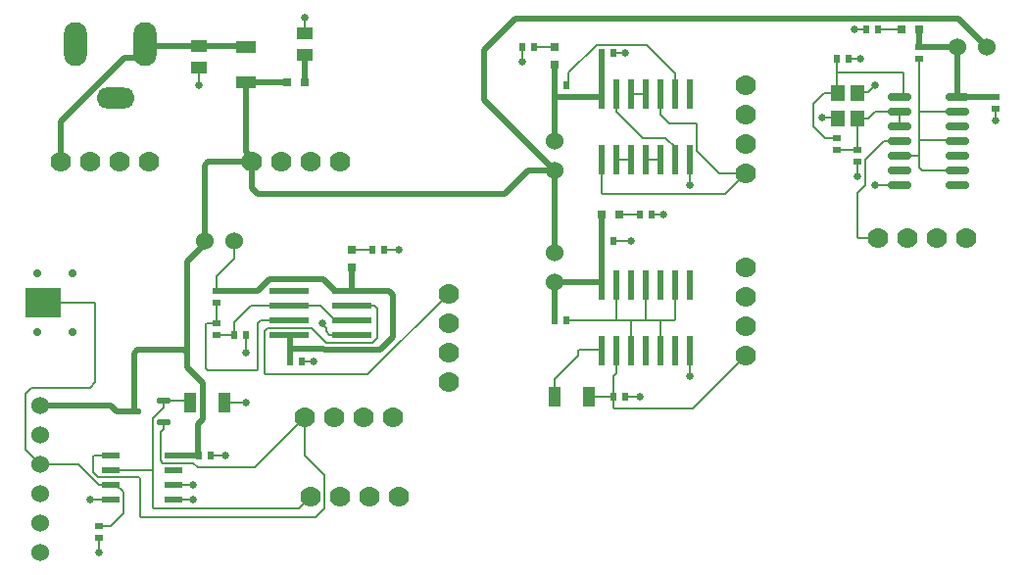
<source format=gtl>
G04*
G04 #@! TF.GenerationSoftware,Altium Limited,Altium Designer,23.1.1 (15)*
G04*
G04 Layer_Physical_Order=1*
G04 Layer_Color=255*
%FSLAX44Y44*%
%MOMM*%
G71*
G04*
G04 #@! TF.SameCoordinates,1FA4A5A5-67A0-4D6D-842F-5CAA9539815A*
G04*
G04*
G04 #@! TF.FilePolarity,Positive*
G04*
G01*
G75*
%ADD14C,0.5080*%
%ADD18C,0.1524*%
%ADD24R,0.6000X0.7000*%
%ADD25R,0.8000X0.8000*%
%ADD26R,0.8000X0.8000*%
%ADD27R,0.7000X0.6000*%
%ADD28R,1.1999X1.3998*%
G04:AMPARAMS|DCode=29|XSize=1.97mm|YSize=0.6mm|CornerRadius=0.15mm|HoleSize=0mm|Usage=FLASHONLY|Rotation=0.000|XOffset=0mm|YOffset=0mm|HoleType=Round|Shape=RoundedRectangle|*
%AMROUNDEDRECTD29*
21,1,1.9700,0.3000,0,0,0.0*
21,1,1.6700,0.6000,0,0,0.0*
1,1,0.3000,0.8350,-0.1500*
1,1,0.3000,-0.8350,-0.1500*
1,1,0.3000,-0.8350,0.1500*
1,1,0.3000,0.8350,0.1500*
%
%ADD29ROUNDEDRECTD29*%
%ADD30R,1.1176X1.8034*%
%ADD31R,1.5500X0.6000*%
G04:AMPARAMS|DCode=32|XSize=1.21mm|YSize=0.59mm|CornerRadius=0.1475mm|HoleSize=0mm|Usage=FLASHONLY|Rotation=180.000|XOffset=0mm|YOffset=0mm|HoleType=Round|Shape=RoundedRectangle|*
%AMROUNDEDRECTD32*
21,1,1.2100,0.2950,0,0,180.0*
21,1,0.9150,0.5900,0,0,180.0*
1,1,0.2950,-0.4575,0.1475*
1,1,0.2950,0.4575,0.1475*
1,1,0.2950,0.4575,-0.1475*
1,1,0.2950,-0.4575,-0.1475*
%
%ADD32ROUNDEDRECTD32*%
%ADD33R,1.4500X1.0000*%
%ADD34R,0.6000X2.6500*%
%ADD35R,3.0480X2.5400*%
%ADD36R,1.8034X1.1176*%
%ADD37R,3.4000X0.6000*%
%ADD55C,1.7780*%
%ADD56C,1.5240*%
%ADD57O,3.3000X1.8000*%
%ADD58O,2.0000X3.8000*%
%ADD59C,0.6350*%
%ADD60C,0.7112*%
D14*
X430720Y478980D02*
X813880D01*
X403860Y408940D02*
Y452120D01*
X430720Y478980D01*
X403860Y408940D02*
X464820Y347980D01*
X779720Y454640D02*
X779780Y454580D01*
X779720Y454640D02*
Y469840D01*
X779660Y469900D02*
X779720Y469840D01*
X441960Y347980D02*
X464820D01*
X813880Y478980D02*
X838200Y454660D01*
X505520Y309820D02*
X505580Y309880D01*
X505460Y287020D02*
X505520Y287080D01*
Y309820D01*
X208280Y327660D02*
X421640D01*
X441960Y347980D01*
X203200Y332740D02*
Y355600D01*
Y332740D02*
X208280Y327660D01*
X464860Y421680D02*
Y439620D01*
X464820Y439660D02*
X464860Y439620D01*
Y421680D02*
X464900Y421640D01*
X289560Y243840D02*
Y264280D01*
X314315Y193421D02*
X325120Y204226D01*
X265677Y193421D02*
X314315D01*
X325120Y204226D02*
Y240864D01*
X101750Y189914D02*
X104726Y192890D01*
X144930D02*
X147320Y190500D01*
X101750Y139700D02*
Y189914D01*
X104726Y192890D02*
X144930D01*
X86360Y139700D02*
X101750D01*
X81280Y144780D02*
X86360Y139700D01*
X20320Y144780D02*
X81280D01*
X161036Y133096D02*
Y164084D01*
X812880Y411400D02*
X845740D01*
X845820Y411320D01*
X812800Y411480D02*
X812880Y411400D01*
X812800Y411480D02*
Y454660D01*
X779780Y454580D02*
X779820Y454620D01*
X812760D02*
X812800Y454660D01*
X779820Y454620D02*
X812760D01*
X505460Y251000D02*
Y287020D01*
Y248920D02*
Y251000D01*
X505000Y251460D02*
X505460Y251000D01*
X464820Y251460D02*
X505000D01*
X464860Y218480D02*
Y251420D01*
X464820Y251460D02*
X464860Y251420D01*
Y218480D02*
X464900Y218440D01*
X464860Y411480D02*
Y421600D01*
Y373420D02*
Y411480D01*
X505500Y411980D02*
Y449540D01*
X505000Y411480D02*
X505500Y411980D01*
X464860Y411480D02*
X505000D01*
X464820Y276860D02*
Y347980D01*
Y373380D02*
X464860Y373420D01*
Y421600D02*
X464900Y421640D01*
X505500Y449540D02*
X505540Y449580D01*
X198120Y364117D02*
Y424434D01*
X203200Y355600D02*
Y359037D01*
X198120Y364117D02*
X203200Y359037D01*
X147320Y190500D02*
Y269031D01*
Y177800D02*
Y190500D01*
X156500Y103160D02*
Y128560D01*
X161036Y133096D01*
X135280Y101600D02*
X157560D01*
X147320Y269031D02*
X162560Y284271D01*
X147320Y177800D02*
X161036Y164084D01*
X162560Y284271D02*
Y352624D01*
X236300Y194080D02*
X265018D01*
X265677Y193421D01*
X236300Y194080D02*
Y205280D01*
Y182880D02*
Y194080D01*
X289560Y243840D02*
X322144D01*
X325120Y240864D01*
X265400Y254000D02*
X275560Y243840D01*
X218536Y254000D02*
X265400D01*
X275560Y243840D02*
X289560D01*
X208376D02*
X218536Y254000D01*
X172720Y243840D02*
X208376D01*
X235560Y205740D02*
X235840D01*
X236300Y205280D01*
X165536Y355600D02*
X203200D01*
X162560Y352624D02*
X165536Y355600D01*
X93180Y445492D02*
X103908D01*
X38100Y390412D02*
X93180Y445492D01*
X38100Y355600D02*
Y390412D01*
X110800Y452384D02*
Y457200D01*
X103908Y445492D02*
X110800Y452384D01*
X200152Y424434D02*
X200279Y424307D01*
X233793D01*
X198120Y424434D02*
X200152D01*
X248920Y424180D02*
Y447700D01*
X233793Y424307D02*
X233920Y424180D01*
X157480Y455880D02*
X158217Y455143D01*
X197383D01*
X198120Y454406D01*
X112120Y455880D02*
X157480D01*
X110800Y457200D02*
X112120Y455880D01*
D18*
X436880Y454500D02*
X437040Y454660D01*
X436880Y441960D02*
Y454500D01*
X167560Y101600D02*
X180340D01*
X695960Y393700D02*
X708980D01*
X688340Y386080D02*
X698580Y375840D01*
X688340Y386080D02*
Y405538D01*
X697661Y414859D01*
X723900Y469900D02*
X734060D01*
X744060D02*
X764660D01*
X548560Y309880D02*
X558800D01*
X520580D02*
X538560D01*
X447040Y454660D02*
X464820D01*
X317500Y279400D02*
X330200D01*
X307380Y279280D02*
X307500Y279400D01*
X289560Y279280D02*
X307380D01*
X214902Y171591D02*
X303671D01*
X373380Y241300D01*
X311643Y203057D02*
Y228484D01*
X307849Y199263D02*
X311643Y203057D01*
X214009Y172484D02*
Y208859D01*
X217192Y212042D01*
X268097Y199263D02*
X307849D01*
X214009Y172484D02*
X214902Y171591D01*
X217192Y212042D02*
X255318D01*
X268097Y199263D01*
X107573Y48260D02*
X258542D01*
X106680Y49153D02*
X107573Y48260D01*
X258542D02*
X266192Y55910D01*
X106680Y49153D02*
Y81705D01*
X248920Y101701D02*
Y134620D01*
Y101701D02*
X266192Y84430D01*
Y55910D02*
Y84430D01*
X118391Y55880D02*
X243840D01*
X254000Y66040D01*
X117498Y56773D02*
Y88900D01*
Y56773D02*
X118391Y55880D01*
X124228Y97232D02*
Y121688D01*
X135280Y76200D02*
X152400D01*
X124228Y97232D02*
X126258Y95202D01*
X117498Y88900D02*
Y133654D01*
X126258Y95202D02*
X152788D01*
X70469Y82598D02*
X105787D01*
X66040Y87027D02*
X70469Y82598D01*
X66040Y87027D02*
Y100707D01*
X66933Y101600D02*
X81280D01*
X66040Y100707D02*
X66933Y101600D01*
X105787Y82598D02*
X106680Y81705D01*
X205740Y91440D02*
X248920Y134620D01*
X152788Y95202D02*
X156550Y91440D01*
X205740D01*
X71120Y17780D02*
Y30560D01*
Y40560D02*
X81200D01*
X92332Y51692D01*
Y69898D01*
X81280Y76200D02*
X86030D01*
X92332Y69898D01*
X7620Y106680D02*
X20320Y93980D01*
X7620Y106680D02*
Y154940D01*
X12700Y160020D01*
X63500D01*
X68326Y164846D01*
Y232533D01*
X22987Y233426D02*
X67433D01*
X68326Y232533D01*
X53340Y93980D02*
X71120Y76200D01*
X81280D01*
X20320Y93980D02*
X53340D01*
X126850Y149200D02*
X148234D01*
X150114Y147320D01*
X180086D02*
X198120D01*
X708820Y432390D02*
Y444500D01*
Y415860D02*
Y432390D01*
X727799Y415838D02*
X735878D01*
X708820Y432390D02*
X765597D01*
X735878Y415838D02*
X741680Y421640D01*
X726821Y392858D02*
X735758D01*
X718820Y444500D02*
X728980D01*
X735758Y392858D02*
X741680Y398780D01*
X845820Y391160D02*
Y401320D01*
X765597Y432390D02*
X766490Y431497D01*
X741680Y398780D02*
X763300D01*
X779780D02*
Y444580D01*
X764308Y411480D02*
X766490Y413662D01*
Y431497D01*
X763300Y411480D02*
X764308D01*
X697661Y414859D02*
X709821D01*
X708820Y415860D02*
X709821Y414859D01*
X726821D02*
X727799Y415838D01*
X698580Y375840D02*
X708660D01*
X708980Y393700D02*
X709821Y392859D01*
X726821Y366061D02*
Y392858D01*
X749300Y373380D02*
X763300D01*
Y386080D02*
Y398780D01*
X779780Y374035D02*
Y398780D01*
Y374035D02*
X812145D01*
X779780Y398780D02*
X812800D01*
X812145Y374035D02*
X812800Y373380D01*
X726440Y290453D02*
Y328877D01*
Y290453D02*
X727333Y289560D01*
X726440Y328877D02*
X733242Y335679D01*
Y357322D01*
X727333Y289560D02*
X744220D01*
X741680Y335280D02*
X763300D01*
Y360680D02*
X779780D01*
Y350520D02*
Y360680D01*
Y350520D02*
X782320Y347980D01*
X812800D01*
X708660Y365840D02*
X708820Y365680D01*
X726440D01*
Y342900D02*
Y355680D01*
X733242Y357322D02*
X749300Y373380D01*
X726440Y365680D02*
X726821Y366061D01*
X779780Y360680D02*
Y374035D01*
X264160Y214834D02*
Y215900D01*
Y214834D02*
X267488Y211505D01*
Y208889D02*
Y211505D01*
X525700Y152400D02*
X538480D01*
X515620Y152320D02*
X515700Y152400D01*
X515620Y143133D02*
Y152320D01*
X516513Y142240D02*
X584200D01*
X515620Y143133D02*
X516513Y142240D01*
X584200D02*
X629920Y187960D01*
X515460Y287020D02*
X530860D01*
X581660Y170180D02*
Y192620D01*
X555814Y218440D02*
X568067D01*
X543560D02*
X555814D01*
X556260Y192620D02*
Y217994D01*
X555814Y218440D02*
X556260Y217994D01*
X530860Y218440D02*
X543560D01*
Y249340D01*
X518160Y218440D02*
X530860D01*
Y192620D02*
Y218440D01*
X474900D02*
X518160D01*
Y249340D01*
X568960Y219333D02*
Y249340D01*
X568067Y218440D02*
X568960Y219333D01*
X485140Y187960D02*
Y192147D01*
X465074Y167894D02*
X485140Y187960D01*
X465074Y152400D02*
Y167894D01*
X518160Y172720D02*
Y192620D01*
X515700Y152400D02*
Y170260D01*
X518160Y172720D01*
X495046Y152400D02*
X515700D01*
X485140Y192147D02*
X486033Y193040D01*
X505040D02*
X505460Y192620D01*
X486033Y193040D02*
X505040D01*
X515540Y449580D02*
X525780D01*
X518160Y398780D02*
X541020Y375920D01*
X561010D01*
X518160Y398780D02*
Y414440D01*
X587962Y364538D02*
Y387398D01*
X586740Y388620D02*
X587962Y387398D01*
X563880Y388620D02*
X586740D01*
X556260Y396240D02*
X563880Y388620D01*
X556260Y396240D02*
Y414440D01*
X607060Y345440D02*
X629920D01*
X587962Y364538D02*
X607060Y345440D01*
X612140Y327660D02*
X629920Y345440D01*
X506353Y327660D02*
X612140D01*
X505460Y328553D02*
X506353Y327660D01*
X505460Y328553D02*
Y357720D01*
X568960Y414440D02*
Y431800D01*
X544378Y456382D02*
X568960Y431800D01*
X501172Y456382D02*
X544378D01*
X477138Y432348D02*
X501172Y456382D01*
X477138Y423878D02*
Y432348D01*
X474900Y421640D02*
X477138Y423878D01*
X530860Y414440D02*
X543560D01*
X561010Y375920D02*
X568960Y367970D01*
Y357720D02*
Y367970D01*
X581660Y335280D02*
Y357720D01*
X543560D02*
X556260D01*
X518160D02*
X530860D01*
X81280Y88900D02*
X117498D01*
X126850Y124310D02*
Y130200D01*
X124228Y121688D02*
X126850Y124310D01*
X117498Y133654D02*
X126850Y143006D01*
Y149200D01*
X164215Y215820D02*
X172720D01*
X163322Y177038D02*
X165100Y175260D01*
X207387D01*
X163322Y177038D02*
Y214927D01*
X164215Y215820D01*
X63500Y63500D02*
X81280D01*
X135280D02*
X152400D01*
X270638Y205740D02*
X289560D01*
X267488Y208889D02*
X270638Y205740D01*
X208280Y176153D02*
Y215900D01*
X207387Y175260D02*
X208280Y176153D01*
Y215900D02*
X210820Y218440D01*
X308987Y231140D02*
X311643Y228484D01*
X289560Y231140D02*
X308987D01*
X262860D02*
X275560Y218440D01*
X289560D01*
X235560Y231140D02*
X262860D01*
X210820Y218440D02*
X235560D01*
X246300Y182880D02*
X256540D01*
X198120Y190500D02*
Y205660D01*
X198040Y205740D02*
X198120Y205660D01*
X172720Y215820D02*
Y233840D01*
X188040Y205740D02*
Y215774D01*
X202736Y231140D02*
X235560D01*
X188040Y216444D02*
X202736Y231140D01*
X188040Y215774D02*
X188040Y215774D01*
Y216444D01*
X187960Y205820D02*
X188040Y205740D01*
X172720Y205820D02*
X187960D01*
X172720Y243840D02*
Y256540D01*
X187960Y271780D02*
Y287020D01*
X172720Y256540D02*
X187960Y271780D01*
X157480Y421640D02*
Y436880D01*
X248920Y466700D02*
Y480060D01*
D24*
X167560Y101600D02*
D03*
X157560D02*
D03*
X734060Y469900D02*
D03*
X744060D02*
D03*
X548560Y309880D02*
D03*
X538560D02*
D03*
X317500Y279400D02*
D03*
X307500D02*
D03*
X718820Y444500D02*
D03*
X708820D02*
D03*
X437040Y454660D02*
D03*
X447040D02*
D03*
X515460Y287020D02*
D03*
X505460D02*
D03*
X474900Y218440D02*
D03*
X464900D02*
D03*
X525700Y152400D02*
D03*
X515700D02*
D03*
X474900Y421640D02*
D03*
X464900D02*
D03*
X236300Y182880D02*
D03*
X246300D02*
D03*
X515540Y449580D02*
D03*
X505540D02*
D03*
X198040Y205740D02*
D03*
X188040D02*
D03*
D25*
X505580Y309880D02*
D03*
X520580D02*
D03*
X779660Y469900D02*
D03*
X764660D02*
D03*
X233920Y424180D02*
D03*
X248920D02*
D03*
D26*
X464820Y439660D02*
D03*
Y454660D02*
D03*
X289560Y264280D02*
D03*
Y279280D02*
D03*
D27*
X71120Y30560D02*
D03*
Y40560D02*
D03*
X708660Y375840D02*
D03*
Y365840D02*
D03*
X726440Y355680D02*
D03*
Y365680D02*
D03*
X779780Y444580D02*
D03*
Y454580D02*
D03*
X845820Y401320D02*
D03*
Y411320D02*
D03*
X172720Y205820D02*
D03*
Y215820D02*
D03*
Y233840D02*
D03*
Y243840D02*
D03*
D28*
X709821Y414859D02*
D03*
Y392859D02*
D03*
X726821Y414859D02*
D03*
Y392858D02*
D03*
D29*
X812800Y411480D02*
D03*
Y398780D02*
D03*
Y386080D02*
D03*
Y373380D02*
D03*
Y360680D02*
D03*
Y347980D02*
D03*
Y335280D02*
D03*
X763300D02*
D03*
Y347980D02*
D03*
Y360680D02*
D03*
Y373380D02*
D03*
Y386080D02*
D03*
Y398780D02*
D03*
Y411480D02*
D03*
D30*
X180086Y147320D02*
D03*
X150114D02*
D03*
X465074Y152400D02*
D03*
X495046D02*
D03*
D31*
X81280Y101600D02*
D03*
Y88900D02*
D03*
Y76200D02*
D03*
Y63500D02*
D03*
X135280Y101600D02*
D03*
Y88900D02*
D03*
Y76200D02*
D03*
Y63500D02*
D03*
D32*
X126850Y149200D02*
D03*
X101750Y139700D02*
D03*
X126850Y130200D02*
D03*
D33*
X248920Y447700D02*
D03*
Y466700D02*
D03*
X157480Y455880D02*
D03*
Y436880D02*
D03*
D34*
X505460Y248920D02*
D03*
X518160Y249340D02*
D03*
X530860D02*
D03*
X543560D02*
D03*
X556260D02*
D03*
X568960D02*
D03*
X581660D02*
D03*
Y192620D02*
D03*
X568960D02*
D03*
X556260D02*
D03*
X543560D02*
D03*
X530860D02*
D03*
X518160D02*
D03*
X505460D02*
D03*
Y414020D02*
D03*
X518160Y414440D02*
D03*
X530860D02*
D03*
X543560D02*
D03*
X556260D02*
D03*
X568960D02*
D03*
X581660D02*
D03*
Y357720D02*
D03*
X568960D02*
D03*
X556260D02*
D03*
X543560D02*
D03*
X530860D02*
D03*
X518160D02*
D03*
X505460D02*
D03*
D35*
X22987Y233426D02*
D03*
D36*
X198120Y424434D02*
D03*
Y454406D02*
D03*
D37*
X235560Y205740D02*
D03*
Y218440D02*
D03*
Y231140D02*
D03*
Y243840D02*
D03*
X289560D02*
D03*
Y231140D02*
D03*
Y218440D02*
D03*
Y205740D02*
D03*
D55*
X795020Y289560D02*
D03*
X820420D02*
D03*
X744220D02*
D03*
X769620D02*
D03*
X629920Y238760D02*
D03*
Y264160D02*
D03*
Y187960D02*
D03*
Y213360D02*
D03*
X299720Y134620D02*
D03*
X325120D02*
D03*
X248920D02*
D03*
X274320D02*
D03*
X88900Y355600D02*
D03*
X114300D02*
D03*
X38100D02*
D03*
X63500D02*
D03*
X279400Y66040D02*
D03*
X254000D02*
D03*
X330200D02*
D03*
X304800D02*
D03*
X373380Y215900D02*
D03*
Y241300D02*
D03*
Y165100D02*
D03*
Y190500D02*
D03*
X629920Y370840D02*
D03*
Y345440D02*
D03*
Y421640D02*
D03*
Y396240D02*
D03*
X228600Y355600D02*
D03*
X203200D02*
D03*
X279400D02*
D03*
X254000D02*
D03*
D56*
X838200Y454660D02*
D03*
X812800D02*
D03*
X464820Y276860D02*
D03*
Y251460D02*
D03*
Y347980D02*
D03*
Y373380D02*
D03*
X162560Y287020D02*
D03*
X187960D02*
D03*
X20320Y144780D02*
D03*
Y119380D02*
D03*
Y93980D02*
D03*
Y68580D02*
D03*
Y17780D02*
D03*
Y43180D02*
D03*
D57*
X85800Y410700D02*
D03*
D58*
X50800Y457200D02*
D03*
X110800D02*
D03*
D59*
X436880Y441960D02*
D03*
X180340Y101600D02*
D03*
X695960Y393700D02*
D03*
X723900Y469900D02*
D03*
X558800Y309880D02*
D03*
X330200Y279400D02*
D03*
X152400Y76200D02*
D03*
X71120Y17780D02*
D03*
X198120Y147320D02*
D03*
X728980Y444500D02*
D03*
X741680Y421640D02*
D03*
X845820Y391160D02*
D03*
X726440Y342900D02*
D03*
X741680Y335280D02*
D03*
X264160Y215900D02*
D03*
X530860Y287020D02*
D03*
X538480Y152400D02*
D03*
X581660Y170180D02*
D03*
X525780Y449580D02*
D03*
X581660Y335280D02*
D03*
X63500Y63500D02*
D03*
X152400D02*
D03*
X256540Y182880D02*
D03*
X198120Y190500D02*
D03*
X248920Y480060D02*
D03*
X157480Y421640D02*
D03*
D60*
X17907Y208026D02*
D03*
X48387D02*
D03*
Y258826D02*
D03*
X17907D02*
D03*
M02*

</source>
